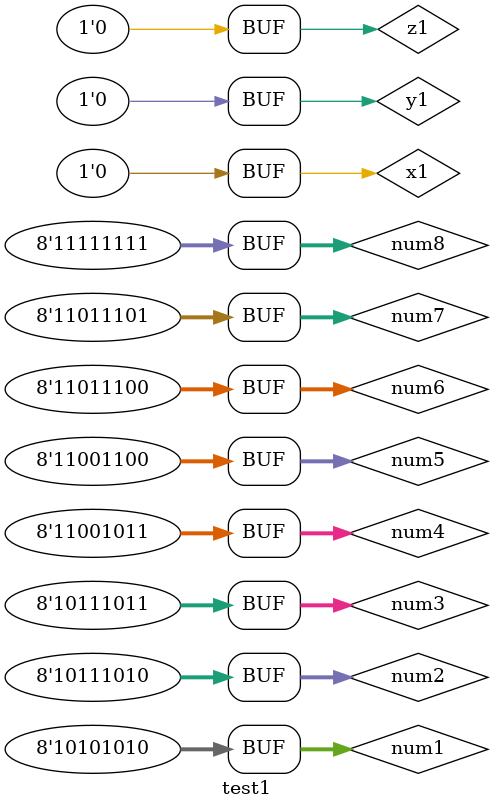
<source format=v>
`timescale 1ns / 1ps

module test1();
    /*
    reg [7:0] num1;
    reg [7:0] num2;
    reg [7:0] num3;
    reg [7:0] num4;
    reg [7:0] num5;
    reg [7:0] num6;
    reg [7:0] num7;
    reg [7:0] num8;
    */
    reg [7:0] num1,num2,num3,num4,num5,num6,num7,num8;
    reg x1,y1,z1;
    wire [7:0] out1;
    
    final eb (
        .in1(num1),
        .in2(num2),
        .in3(num3),
        .in4(num4),
        .in5(num5),
        .in6(num6),
        .in7(num7),
        .in8(num8),
        
        .fin(out1),
        
        .x(x1),
        .y(y1),
        .z(z1)
    );
        
    initial begin
        num1 = 8'hAA;
        num2 = 8'hBA;
        num3 = 8'hBB;
        num4 = 8'hCB;
        num5 = 8'hCC;
        num6 = 8'hDC;
        num7 = 8'hDD;
        num8 = 8'hFF;
        x1=1'b0; // selection larý buradan yapýyoruz
        y1=1'b0;
        z1=1'b0;
 
    end
    
endmodule

</source>
